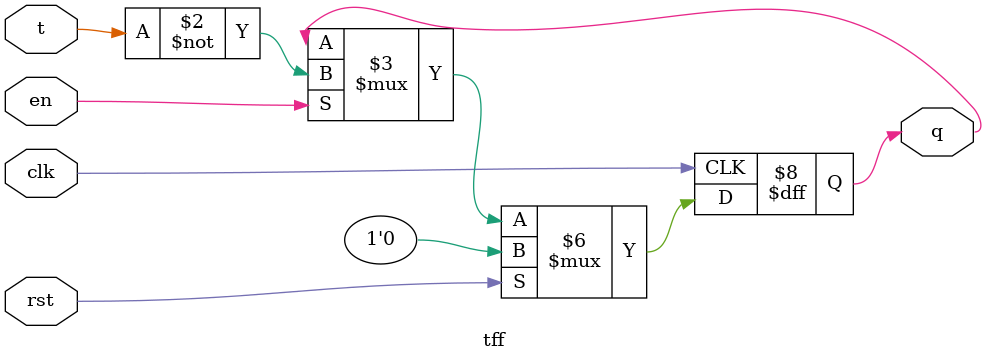
<source format=v>
module tff(
input rst,en,clk,t,
output reg q
);
always @(posedge clk)begin
if(rst)q<=0;
else if(en)q<=~t;
end
endmodule

</source>
